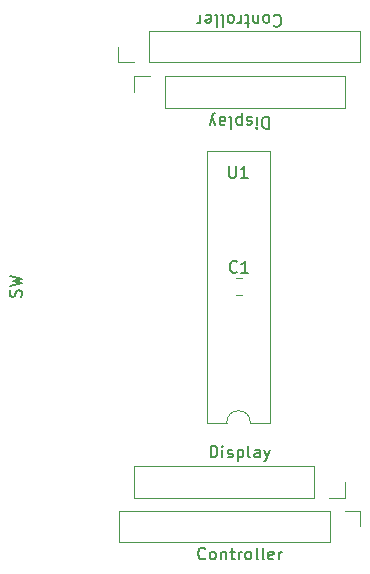
<source format=gto>
G04 #@! TF.GenerationSoftware,KiCad,Pcbnew,(5.1.5-0-10_14)*
G04 #@! TF.CreationDate,2019-12-11T23:03:34+09:00*
G04 #@! TF.ProjectId,RPiWD_Main,52506957-445f-44d6-9169-6e2e6b696361,rev?*
G04 #@! TF.SameCoordinates,Original*
G04 #@! TF.FileFunction,Legend,Top*
G04 #@! TF.FilePolarity,Positive*
%FSLAX46Y46*%
G04 Gerber Fmt 4.6, Leading zero omitted, Abs format (unit mm)*
G04 Created by KiCad (PCBNEW (5.1.5-0-10_14)) date 2019-12-11 23:03:34*
%MOMM*%
%LPD*%
G04 APERTURE LIST*
%ADD10C,0.120000*%
%ADD11C,0.150000*%
G04 APERTURE END LIST*
D10*
X159691548Y-96802700D02*
X160214052Y-96802700D01*
X159691548Y-98222700D02*
X160214052Y-98222700D01*
X168944600Y-114035400D02*
X168944600Y-115365400D01*
X168944600Y-115365400D02*
X167614600Y-115365400D01*
X166344600Y-115365400D02*
X151044600Y-115365400D01*
X151044600Y-112705400D02*
X151044600Y-115365400D01*
X166344600Y-112705400D02*
X151044600Y-112705400D01*
X166344600Y-112705400D02*
X166344600Y-115365400D01*
X153670000Y-82345400D02*
X153670000Y-79685400D01*
X153670000Y-82345400D02*
X168970000Y-82345400D01*
X168970000Y-82345400D02*
X168970000Y-79685400D01*
X153670000Y-79685400D02*
X168970000Y-79685400D01*
X151070000Y-79685400D02*
X152400000Y-79685400D01*
X151070000Y-81015400D02*
X151070000Y-79685400D01*
X158931100Y-109002700D02*
G75*
G02X160931100Y-109002700I1000000J0D01*
G01*
X160931100Y-109002700D02*
X162581100Y-109002700D01*
X162581100Y-109002700D02*
X162581100Y-86022700D01*
X162581100Y-86022700D02*
X157281100Y-86022700D01*
X157281100Y-86022700D02*
X157281100Y-109002700D01*
X157281100Y-109002700D02*
X158931100Y-109002700D01*
X149790000Y-116470200D02*
X149790000Y-119130200D01*
X167630000Y-116470200D02*
X149790000Y-116470200D01*
X167630000Y-119130200D02*
X149790000Y-119130200D01*
X167630000Y-116470200D02*
X167630000Y-119130200D01*
X168900000Y-116470200D02*
X170230000Y-116470200D01*
X170230000Y-116470200D02*
X170230000Y-117800200D01*
X149749200Y-78510000D02*
X149749200Y-77180000D01*
X151079200Y-78510000D02*
X149749200Y-78510000D01*
X152349200Y-78510000D02*
X152349200Y-75850000D01*
X152349200Y-75850000D02*
X170189200Y-75850000D01*
X152349200Y-78510000D02*
X170189200Y-78510000D01*
X170189200Y-78510000D02*
X170189200Y-75850000D01*
D11*
X141504761Y-98357342D02*
X141552380Y-98214485D01*
X141552380Y-97976390D01*
X141504761Y-97881152D01*
X141457142Y-97833533D01*
X141361904Y-97785914D01*
X141266666Y-97785914D01*
X141171428Y-97833533D01*
X141123809Y-97881152D01*
X141076190Y-97976390D01*
X141028571Y-98166866D01*
X140980952Y-98262104D01*
X140933333Y-98309723D01*
X140838095Y-98357342D01*
X140742857Y-98357342D01*
X140647619Y-98309723D01*
X140600000Y-98262104D01*
X140552380Y-98166866D01*
X140552380Y-97928771D01*
X140600000Y-97785914D01*
X140552380Y-97452580D02*
X141552380Y-97214485D01*
X140838095Y-97024009D01*
X141552380Y-96833533D01*
X140552380Y-96595438D01*
X159786133Y-96219842D02*
X159738514Y-96267461D01*
X159595657Y-96315080D01*
X159500419Y-96315080D01*
X159357561Y-96267461D01*
X159262323Y-96172223D01*
X159214704Y-96076985D01*
X159167085Y-95886509D01*
X159167085Y-95743652D01*
X159214704Y-95553176D01*
X159262323Y-95457938D01*
X159357561Y-95362700D01*
X159500419Y-95315080D01*
X159595657Y-95315080D01*
X159738514Y-95362700D01*
X159786133Y-95410319D01*
X160738514Y-96315080D02*
X160167085Y-96315080D01*
X160452800Y-96315080D02*
X160452800Y-95315080D01*
X160357561Y-95457938D01*
X160262323Y-95553176D01*
X160167085Y-95600795D01*
X157567619Y-111958380D02*
X157567619Y-110958380D01*
X157805714Y-110958380D01*
X157948571Y-111006000D01*
X158043809Y-111101238D01*
X158091428Y-111196476D01*
X158139047Y-111386952D01*
X158139047Y-111529809D01*
X158091428Y-111720285D01*
X158043809Y-111815523D01*
X157948571Y-111910761D01*
X157805714Y-111958380D01*
X157567619Y-111958380D01*
X158567619Y-111958380D02*
X158567619Y-111291714D01*
X158567619Y-110958380D02*
X158520000Y-111006000D01*
X158567619Y-111053619D01*
X158615238Y-111006000D01*
X158567619Y-110958380D01*
X158567619Y-111053619D01*
X158996190Y-111910761D02*
X159091428Y-111958380D01*
X159281904Y-111958380D01*
X159377142Y-111910761D01*
X159424761Y-111815523D01*
X159424761Y-111767904D01*
X159377142Y-111672666D01*
X159281904Y-111625047D01*
X159139047Y-111625047D01*
X159043809Y-111577428D01*
X158996190Y-111482190D01*
X158996190Y-111434571D01*
X159043809Y-111339333D01*
X159139047Y-111291714D01*
X159281904Y-111291714D01*
X159377142Y-111339333D01*
X159853333Y-111291714D02*
X159853333Y-112291714D01*
X159853333Y-111339333D02*
X159948571Y-111291714D01*
X160139047Y-111291714D01*
X160234285Y-111339333D01*
X160281904Y-111386952D01*
X160329523Y-111482190D01*
X160329523Y-111767904D01*
X160281904Y-111863142D01*
X160234285Y-111910761D01*
X160139047Y-111958380D01*
X159948571Y-111958380D01*
X159853333Y-111910761D01*
X160900952Y-111958380D02*
X160805714Y-111910761D01*
X160758095Y-111815523D01*
X160758095Y-110958380D01*
X161710476Y-111958380D02*
X161710476Y-111434571D01*
X161662857Y-111339333D01*
X161567619Y-111291714D01*
X161377142Y-111291714D01*
X161281904Y-111339333D01*
X161710476Y-111910761D02*
X161615238Y-111958380D01*
X161377142Y-111958380D01*
X161281904Y-111910761D01*
X161234285Y-111815523D01*
X161234285Y-111720285D01*
X161281904Y-111625047D01*
X161377142Y-111577428D01*
X161615238Y-111577428D01*
X161710476Y-111529809D01*
X162091428Y-111291714D02*
X162329523Y-111958380D01*
X162567619Y-111291714D02*
X162329523Y-111958380D01*
X162234285Y-112196476D01*
X162186666Y-112244095D01*
X162091428Y-112291714D01*
X162472380Y-83113619D02*
X162472380Y-84113619D01*
X162234285Y-84113619D01*
X162091428Y-84066000D01*
X161996190Y-83970761D01*
X161948571Y-83875523D01*
X161900952Y-83685047D01*
X161900952Y-83542190D01*
X161948571Y-83351714D01*
X161996190Y-83256476D01*
X162091428Y-83161238D01*
X162234285Y-83113619D01*
X162472380Y-83113619D01*
X161472380Y-83113619D02*
X161472380Y-83780285D01*
X161472380Y-84113619D02*
X161520000Y-84066000D01*
X161472380Y-84018380D01*
X161424761Y-84066000D01*
X161472380Y-84113619D01*
X161472380Y-84018380D01*
X161043809Y-83161238D02*
X160948571Y-83113619D01*
X160758095Y-83113619D01*
X160662857Y-83161238D01*
X160615238Y-83256476D01*
X160615238Y-83304095D01*
X160662857Y-83399333D01*
X160758095Y-83446952D01*
X160900952Y-83446952D01*
X160996190Y-83494571D01*
X161043809Y-83589809D01*
X161043809Y-83637428D01*
X160996190Y-83732666D01*
X160900952Y-83780285D01*
X160758095Y-83780285D01*
X160662857Y-83732666D01*
X160186666Y-83780285D02*
X160186666Y-82780285D01*
X160186666Y-83732666D02*
X160091428Y-83780285D01*
X159900952Y-83780285D01*
X159805714Y-83732666D01*
X159758095Y-83685047D01*
X159710476Y-83589809D01*
X159710476Y-83304095D01*
X159758095Y-83208857D01*
X159805714Y-83161238D01*
X159900952Y-83113619D01*
X160091428Y-83113619D01*
X160186666Y-83161238D01*
X159139047Y-83113619D02*
X159234285Y-83161238D01*
X159281904Y-83256476D01*
X159281904Y-84113619D01*
X158329523Y-83113619D02*
X158329523Y-83637428D01*
X158377142Y-83732666D01*
X158472380Y-83780285D01*
X158662857Y-83780285D01*
X158758095Y-83732666D01*
X158329523Y-83161238D02*
X158424761Y-83113619D01*
X158662857Y-83113619D01*
X158758095Y-83161238D01*
X158805714Y-83256476D01*
X158805714Y-83351714D01*
X158758095Y-83446952D01*
X158662857Y-83494571D01*
X158424761Y-83494571D01*
X158329523Y-83542190D01*
X157948571Y-83780285D02*
X157710476Y-83113619D01*
X157472380Y-83780285D02*
X157710476Y-83113619D01*
X157805714Y-82875523D01*
X157853333Y-82827904D01*
X157948571Y-82780285D01*
X159128195Y-87284480D02*
X159128195Y-88094004D01*
X159175814Y-88189242D01*
X159223433Y-88236861D01*
X159318671Y-88284480D01*
X159509147Y-88284480D01*
X159604385Y-88236861D01*
X159652004Y-88189242D01*
X159699623Y-88094004D01*
X159699623Y-87284480D01*
X160699623Y-88284480D02*
X160128195Y-88284480D01*
X160413909Y-88284480D02*
X160413909Y-87284480D01*
X160318671Y-87427338D01*
X160223433Y-87522576D01*
X160128195Y-87570195D01*
X157115238Y-120499142D02*
X157067619Y-120546761D01*
X156924761Y-120594380D01*
X156829523Y-120594380D01*
X156686666Y-120546761D01*
X156591428Y-120451523D01*
X156543809Y-120356285D01*
X156496190Y-120165809D01*
X156496190Y-120022952D01*
X156543809Y-119832476D01*
X156591428Y-119737238D01*
X156686666Y-119642000D01*
X156829523Y-119594380D01*
X156924761Y-119594380D01*
X157067619Y-119642000D01*
X157115238Y-119689619D01*
X157686666Y-120594380D02*
X157591428Y-120546761D01*
X157543809Y-120499142D01*
X157496190Y-120403904D01*
X157496190Y-120118190D01*
X157543809Y-120022952D01*
X157591428Y-119975333D01*
X157686666Y-119927714D01*
X157829523Y-119927714D01*
X157924761Y-119975333D01*
X157972380Y-120022952D01*
X158020000Y-120118190D01*
X158020000Y-120403904D01*
X157972380Y-120499142D01*
X157924761Y-120546761D01*
X157829523Y-120594380D01*
X157686666Y-120594380D01*
X158448571Y-119927714D02*
X158448571Y-120594380D01*
X158448571Y-120022952D02*
X158496190Y-119975333D01*
X158591428Y-119927714D01*
X158734285Y-119927714D01*
X158829523Y-119975333D01*
X158877142Y-120070571D01*
X158877142Y-120594380D01*
X159210476Y-119927714D02*
X159591428Y-119927714D01*
X159353333Y-119594380D02*
X159353333Y-120451523D01*
X159400952Y-120546761D01*
X159496190Y-120594380D01*
X159591428Y-120594380D01*
X159924761Y-120594380D02*
X159924761Y-119927714D01*
X159924761Y-120118190D02*
X159972380Y-120022952D01*
X160020000Y-119975333D01*
X160115238Y-119927714D01*
X160210476Y-119927714D01*
X160686666Y-120594380D02*
X160591428Y-120546761D01*
X160543809Y-120499142D01*
X160496190Y-120403904D01*
X160496190Y-120118190D01*
X160543809Y-120022952D01*
X160591428Y-119975333D01*
X160686666Y-119927714D01*
X160829523Y-119927714D01*
X160924761Y-119975333D01*
X160972380Y-120022952D01*
X161020000Y-120118190D01*
X161020000Y-120403904D01*
X160972380Y-120499142D01*
X160924761Y-120546761D01*
X160829523Y-120594380D01*
X160686666Y-120594380D01*
X161591428Y-120594380D02*
X161496190Y-120546761D01*
X161448571Y-120451523D01*
X161448571Y-119594380D01*
X162115238Y-120594380D02*
X162020000Y-120546761D01*
X161972380Y-120451523D01*
X161972380Y-119594380D01*
X162877142Y-120546761D02*
X162781904Y-120594380D01*
X162591428Y-120594380D01*
X162496190Y-120546761D01*
X162448571Y-120451523D01*
X162448571Y-120070571D01*
X162496190Y-119975333D01*
X162591428Y-119927714D01*
X162781904Y-119927714D01*
X162877142Y-119975333D01*
X162924761Y-120070571D01*
X162924761Y-120165809D01*
X162448571Y-120261047D01*
X163353333Y-120594380D02*
X163353333Y-119927714D01*
X163353333Y-120118190D02*
X163400952Y-120022952D01*
X163448571Y-119975333D01*
X163543809Y-119927714D01*
X163639047Y-119927714D01*
X162924761Y-74572857D02*
X162972380Y-74525238D01*
X163115238Y-74477619D01*
X163210476Y-74477619D01*
X163353333Y-74525238D01*
X163448571Y-74620476D01*
X163496190Y-74715714D01*
X163543809Y-74906190D01*
X163543809Y-75049047D01*
X163496190Y-75239523D01*
X163448571Y-75334761D01*
X163353333Y-75430000D01*
X163210476Y-75477619D01*
X163115238Y-75477619D01*
X162972380Y-75430000D01*
X162924761Y-75382380D01*
X162353333Y-74477619D02*
X162448571Y-74525238D01*
X162496190Y-74572857D01*
X162543809Y-74668095D01*
X162543809Y-74953809D01*
X162496190Y-75049047D01*
X162448571Y-75096666D01*
X162353333Y-75144285D01*
X162210476Y-75144285D01*
X162115238Y-75096666D01*
X162067619Y-75049047D01*
X162020000Y-74953809D01*
X162020000Y-74668095D01*
X162067619Y-74572857D01*
X162115238Y-74525238D01*
X162210476Y-74477619D01*
X162353333Y-74477619D01*
X161591428Y-75144285D02*
X161591428Y-74477619D01*
X161591428Y-75049047D02*
X161543809Y-75096666D01*
X161448571Y-75144285D01*
X161305714Y-75144285D01*
X161210476Y-75096666D01*
X161162857Y-75001428D01*
X161162857Y-74477619D01*
X160829523Y-75144285D02*
X160448571Y-75144285D01*
X160686666Y-75477619D02*
X160686666Y-74620476D01*
X160639047Y-74525238D01*
X160543809Y-74477619D01*
X160448571Y-74477619D01*
X160115238Y-74477619D02*
X160115238Y-75144285D01*
X160115238Y-74953809D02*
X160067619Y-75049047D01*
X160020000Y-75096666D01*
X159924761Y-75144285D01*
X159829523Y-75144285D01*
X159353333Y-74477619D02*
X159448571Y-74525238D01*
X159496190Y-74572857D01*
X159543809Y-74668095D01*
X159543809Y-74953809D01*
X159496190Y-75049047D01*
X159448571Y-75096666D01*
X159353333Y-75144285D01*
X159210476Y-75144285D01*
X159115238Y-75096666D01*
X159067619Y-75049047D01*
X159020000Y-74953809D01*
X159020000Y-74668095D01*
X159067619Y-74572857D01*
X159115238Y-74525238D01*
X159210476Y-74477619D01*
X159353333Y-74477619D01*
X158448571Y-74477619D02*
X158543809Y-74525238D01*
X158591428Y-74620476D01*
X158591428Y-75477619D01*
X157924761Y-74477619D02*
X158020000Y-74525238D01*
X158067619Y-74620476D01*
X158067619Y-75477619D01*
X157162857Y-74525238D02*
X157258095Y-74477619D01*
X157448571Y-74477619D01*
X157543809Y-74525238D01*
X157591428Y-74620476D01*
X157591428Y-75001428D01*
X157543809Y-75096666D01*
X157448571Y-75144285D01*
X157258095Y-75144285D01*
X157162857Y-75096666D01*
X157115238Y-75001428D01*
X157115238Y-74906190D01*
X157591428Y-74810952D01*
X156686666Y-74477619D02*
X156686666Y-75144285D01*
X156686666Y-74953809D02*
X156639047Y-75049047D01*
X156591428Y-75096666D01*
X156496190Y-75144285D01*
X156400952Y-75144285D01*
M02*

</source>
